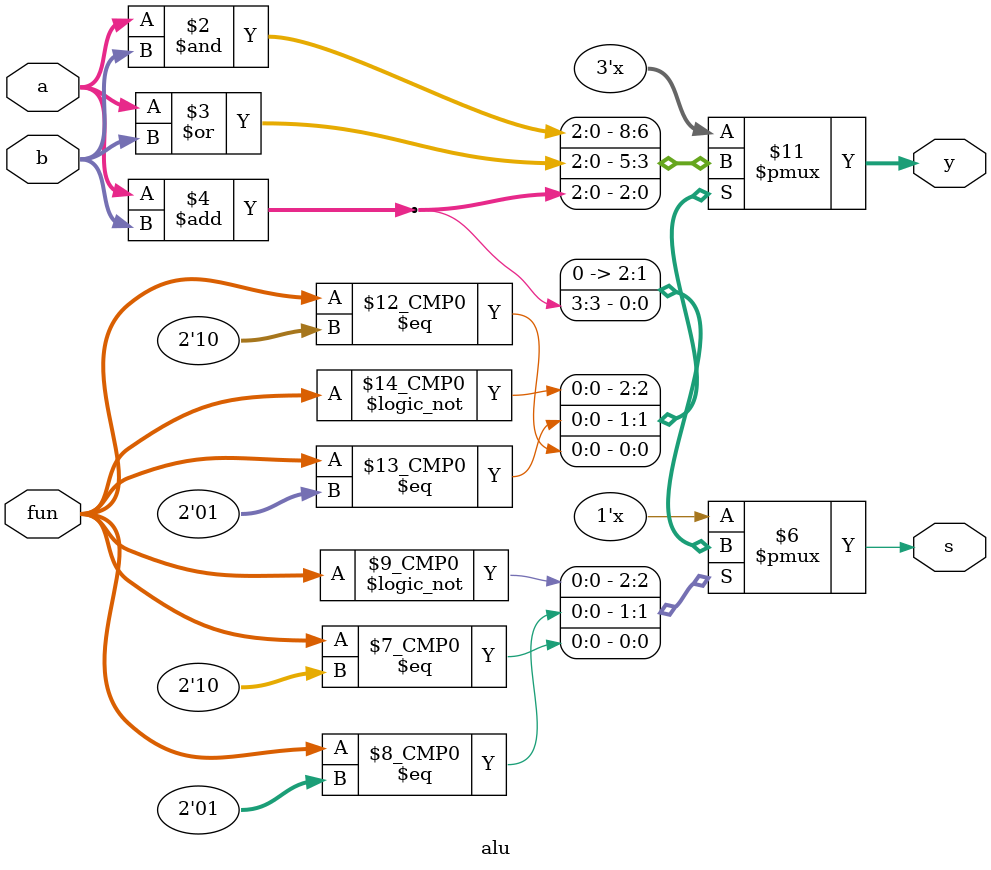
<source format=v>
module alu(
input  [2:0] a,b,
input  [1:0] fun,
output reg s,
output reg [2:0] y);
always@(*)
begin
	case(fun)
		2'b00: begin s = 0; y = a & b; end
        2'b01: begin s = 0; y = a | b; end
        2'b10: begin {s,y} = a + b; end
        2'b11: begin
            //Çë½«´úÂë²¹³äÍêÕû
        end
        default: begin s = 0; y = 0; end
    endcase
end
endmodule
</source>
